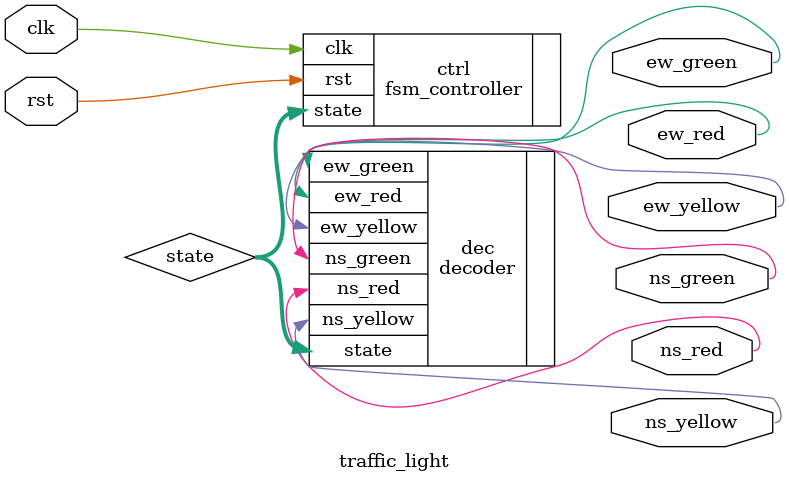
<source format=v>
module traffic_light(
    input wire clk,     // System clock
    input wire rst,     // Active-high reset
    // NS direction outputs
    output wire ns_red,
    output wire ns_yellow,
    output wire ns_green,
    // EW direction outputs
    output wire ew_red,
    output wire ew_yellow,
    output wire ew_green
);

    wire [1:0] state; // FSM state signal

    fsm_controller ctrl (
        .clk(clk),
        .rst(rst),
        .state(state)
    );

    decoder dec (
        .state(state),
        .ns_red(ns_red),
        .ns_yellow(ns_yellow),
        .ns_green(ns_green),
        .ew_red(ew_red),
        .ew_yellow(ew_yellow),
        .ew_green(ew_green)
    );

endmodule
</source>
